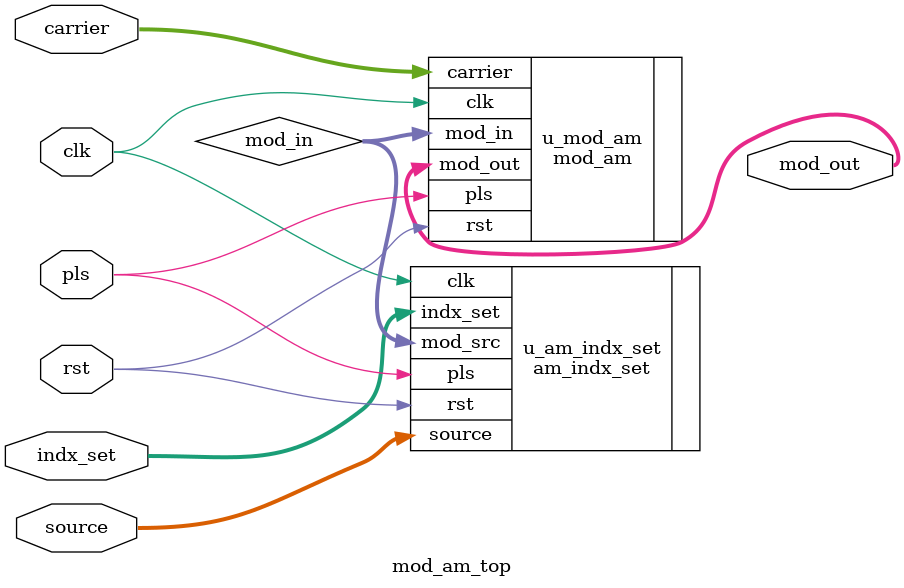
<source format=v>
module mod_am_top
(
input	wire			rst			,
input	wire			clk			,
input	wire			pls			,
input	wire	[7:0]	indx_set	,
input	wire	[11:0]	carrier		,
input	wire	[11:0]	source		,
output	wire	[11:0]	mod_out
);

wire	[11:0]	mod_in	;

mod_am u_mod_am
(
.rst		( rst		)	,
.clk		( clk		)	,
.pls		( pls		)	,
.carrier	( carrier 	)	,
.mod_in		( mod_in	)	,
.mod_out	( mod_out	)
);

am_indx_set u_am_indx_set
(
.rst		( rst		)	,
.clk		( clk		)	,
.pls		( pls		)	,
.indx_set	( indx_set 	)	,
.source		( source 	)	,
.mod_src	( mod_in	)
);

endmodule
</source>
